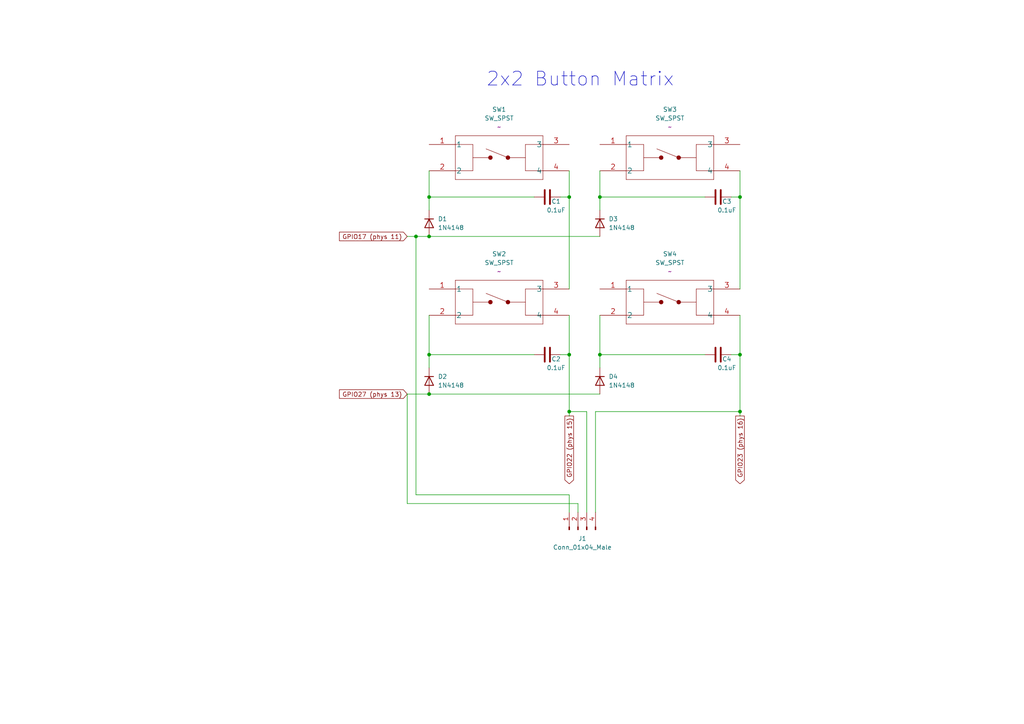
<source format=kicad_sch>
(kicad_sch (version 20211123) (generator eeschema)
  (paper "A4")
  (lib_symbols
    (symbol "Connector:Conn_01x04_Male" (pin_names (offset 1.016) hide)
      (property "Reference" "J" (at 0 5.08 0))
      (property "Value" "Conn_01x04_Male" (at 0 -7.62 0))
      (symbol "Conn_01x04_Male_1_1"
        (polyline (pts (xy 1.27 -5.08) (xy 0.8636 -5.08)) (stroke (width 0.1524)))
        (polyline (pts (xy 1.27 -2.54) (xy 0.8636 -2.54)) (stroke (width 0.1524)))
        (polyline (pts (xy 1.27 0) (xy 0.8636 0)) (stroke (width 0.1524)))
        (polyline (pts (xy 1.27 2.54) (xy 0.8636 2.54)) (stroke (width 0.1524)))
        (rectangle (start 0.8636 -4.953) (end 0 -5.207) (stroke (width 0.1524)) (fill (type outline)))
        (rectangle (start 0.8636 -2.413) (end 0 -2.667) (stroke (width 0.1524)) (fill (type outline)))
        (rectangle (start 0.8636 0.127) (end 0 -0.127) (stroke (width 0.1524)) (fill (type outline)))
        (rectangle (start 0.8636 2.667) (end 0 2.413) (stroke (width 0.1524)) (fill (type outline)))
        (pin passive line (at 5.08 2.54 180) (length 3.81) (name "Pin_1") (number "1"))
        (pin passive line (at 5.08 0 180) (length 3.81) (name "Pin_2") (number "2"))
        (pin passive line (at 5.08 -2.54 180) (length 3.81) (name "Pin_3") (number "3"))
        (pin passive line (at 5.08 -5.08 180) (length 3.81) (name "Pin_4") (number "4"))
      )
    )
    (symbol "Device:C" (pin_numbers hide) (pin_names (offset 0.254))
      (property "Reference" "C" (at 0.635 2.54 0))
      (property "Value" "C" (at 0.635 -2.54 0))
      (symbol "C_0_1"
        (polyline (pts (xy -2.032 -0.762) (xy 2.032 -0.762)) (stroke (width 0.508)))
        (polyline (pts (xy -2.032 0.762) (xy 2.032 0.762)) (stroke (width 0.508)))
      )
      (symbol "C_1_1"
        (pin passive line (at 0 3.81 270) (length 2.794) (name "~") (number "1"))
        (pin passive line (at 0 -3.81 90) (length 2.794) (name "~") (number "2"))
      )
    )
    (symbol "Diode:1N4148" (pin_numbers hide) (pin_names (offset 1.016) hide)
      (property "Reference" "D" (at 0 2.54 0))
      (property "Value" "1N4148" (at 0 -2.54 0))
      (symbol "1N4148_0_1"
        (polyline (pts (xy -1.27 1.27) (xy -1.27 -1.27)) (stroke (width 0.254)))
        (polyline (pts (xy 1.27 0) (xy -1.27 0)))
        (polyline (pts (xy 1.27 1.27) (xy 1.27 -1.27) (xy -1.27 0) (xy 1.27 1.27)) (stroke (width 0.254)))
      )
      (symbol "1N4148_1_1"
        (pin passive line (at -3.81 0 0) (length 2.54) (name "K") (number "1"))
        (pin passive line (at 3.81 0 180) (length 2.54) (name "A") (number "2"))
      )
    )
    (symbol "ul222JMVABR:222JMVABR" (pin_names (offset 0.254))
      (property "Reference" "U" (at 20.32 10.16 0))
      (property "Value" "222JMVABR" (at 20.32 7.62 0))
      (symbol "222JMVABR_1_1"
        (polyline (pts (xy 7.62 -7.62) (xy 33.02 -7.62)) (stroke (width 0.127)))
        (polyline (pts (xy 7.62 -5.08) (xy 12.7 -5.08)) (stroke (width 0.127)))
        (polyline (pts (xy 7.62 2.54) (xy 12.7 2.54)) (stroke (width 0.127)))
        (polyline (pts (xy 7.62 5.08) (xy 7.62 -7.62)) (stroke (width 0.127)))
        (polyline (pts (xy 12.7 -1.27) (xy 17.78 -1.27)) (stroke (width 0.127)))
        (polyline (pts (xy 12.7 2.54) (xy 12.7 -5.08)) (stroke (width 0.127)))
        (polyline (pts (xy 22.86 -1.27) (xy 16.51 1.27)) (stroke (width 0.127)))
        (polyline (pts (xy 27.94 -1.27) (xy 22.86 -1.27)) (stroke (width 0.127)))
        (polyline (pts (xy 27.94 2.54) (xy 27.94 -5.08)) (stroke (width 0.127)))
        (polyline (pts (xy 33.02 -7.62) (xy 33.02 5.08)) (stroke (width 0.127)))
        (polyline (pts (xy 33.02 -5.08) (xy 27.94 -5.08)) (stroke (width 0.127)))
        (polyline (pts (xy 33.02 2.54) (xy 27.94 2.54)) (stroke (width 0.127)))
        (polyline (pts (xy 33.02 5.08) (xy 7.62 5.08)) (stroke (width 0.127)))
        (circle (center 17.78 -1.27) (radius 0.127) (stroke (width 0.508)))
        (arc (start 17.907 -1.27) (mid 17.653 -1.27) (end 17.907 -1.27) (stroke (width 0.508)))
        (circle (center 22.86 -1.27) (radius 0.127) (stroke (width 0.508)))
        (arc (start 22.987 -1.27) (mid 22.733 -1.27) (end 22.987 -1.27) (stroke (width 0.508)))
        (pin unspecified line (at 0 2.54 0) (length 7.62) (name "1") (number "1"))
        (pin unspecified line (at 0 -5.08 0) (length 7.62) (name "2") (number "2"))
        (pin unspecified line (at 40.64 2.54 180) (length 7.62) (name "3") (number "3"))
        (pin unspecified line (at 40.64 -5.08 180) (length 7.62) (name "4") (number "4"))
      )
    )
  )
  (junction (at 120.65 68.58))
  (junction (at 214.63 119.38))
  (junction (at 214.63 57.15))
  (junction (at 173.99 57.15))
  (junction (at 165.1 102.87))
  (junction (at 165.1 119.38))
  (junction (at 124.46 102.87))
  (junction (at 124.46 68.58))
  (junction (at 124.46 57.15))
  (junction (at 124.46 114.3))
  (junction (at 214.63 102.87))
  (junction (at 173.99 102.87))
  (junction (at 165.1 57.15))
  (wire (pts (xy 165.1 143.51) (xy 120.65 143.51)))
  (wire (pts (xy 173.99 102.87) (xy 204.47 102.87)))
  (wire (pts (xy 173.99 49.53) (xy 173.99 57.15)))
  (wire (pts (xy 165.1 57.15) (xy 165.1 83.82)))
  (wire (pts (xy 172.72 119.38) (xy 214.63 119.38)))
  (wire (pts (xy 165.1 49.53) (xy 165.1 57.15)))
  (wire (pts (xy 173.99 57.15) (xy 204.47 57.15)))
  (wire (pts (xy 124.46 68.58) (xy 173.99 68.58)))
  (wire (pts (xy 118.11 114.3) (xy 118.11 146.05)))
  (wire (pts (xy 173.99 102.87) (xy 173.99 106.68)))
  (wire (pts (xy 212.09 57.15) (xy 214.63 57.15)))
  (wire (pts (xy 120.65 68.58) (xy 124.46 68.58)))
  (wire (pts (xy 173.99 91.44) (xy 173.99 102.87)))
  (wire (pts (xy 214.63 91.44) (xy 214.63 102.87)))
  (wire (pts (xy 162.56 102.87) (xy 165.1 102.87)))
  (wire (pts (xy 172.72 148.59) (xy 172.72 119.38)))
  (wire (pts (xy 124.46 91.44) (xy 124.46 102.87)))
  (wire (pts (xy 165.1 119.38) (xy 165.1 120.65)))
  (wire (pts (xy 170.18 148.59) (xy 170.18 119.38)))
  (wire (pts (xy 212.09 102.87) (xy 214.63 102.87)))
  (wire (pts (xy 165.1 148.59) (xy 165.1 143.51)))
  (wire (pts (xy 165.1 102.87) (xy 165.1 119.38)))
  (wire (pts (xy 124.46 114.3) (xy 173.99 114.3)))
  (wire (pts (xy 118.11 114.3) (xy 124.46 114.3)))
  (wire (pts (xy 124.46 57.15) (xy 124.46 60.96)))
  (wire (pts (xy 162.56 57.15) (xy 165.1 57.15)))
  (wire (pts (xy 214.63 119.38) (xy 214.63 120.65)))
  (wire (pts (xy 167.64 146.05) (xy 167.64 148.59)))
  (wire (pts (xy 214.63 102.87) (xy 214.63 119.38)))
  (wire (pts (xy 170.18 119.38) (xy 165.1 119.38)))
  (wire (pts (xy 124.46 57.15) (xy 154.94 57.15)))
  (wire (pts (xy 118.11 146.05) (xy 167.64 146.05)))
  (wire (pts (xy 214.63 49.53) (xy 214.63 57.15)))
  (wire (pts (xy 118.11 68.58) (xy 120.65 68.58)))
  (wire (pts (xy 120.65 68.58) (xy 120.65 143.51)))
  (wire (pts (xy 165.1 91.44) (xy 165.1 102.87)))
  (wire (pts (xy 124.46 102.87) (xy 154.94 102.87)))
  (wire (pts (xy 214.63 57.15) (xy 214.63 83.82)))
  (wire (pts (xy 173.99 57.15) (xy 173.99 60.96)))
  (wire (pts (xy 124.46 49.53) (xy 124.46 57.15)))
  (wire (pts (xy 124.46 102.87) (xy 124.46 106.68)))
  (text "2x2 Button Matrix" (at 140.97 25.4 0) (effects (font (size 4 4)) (justify left bottom)))
  (global_label "GPIO17 (phys 11)" (shape input) (at 118.11 68.58 180) (property "Intersheet References" "${INTERSHEET_REFS}" (effects hide)))
  (global_label "GPIO23 (phys 16)" (shape output) (at 214.63 120.65 270) (property "Intersheet References" "${INTERSHEET_REFS}" (effects hide)))
  (global_label "GPIO27 (phys 13)" (shape input) (at 118.11 114.3 180) (property "Intersheet References" "${INTERSHEET_REFS}" (effects hide)))
  (global_label "GPIO22 (phys 15)" (shape output) (at 165.1 120.65 270) (property "Intersheet References" "${INTERSHEET_REFS}" (effects hide)))
  (symbol (lib_id "ul222JMVABR:222JMVABR") (at 173.99 44.45 0) (unit 1)
    (property "Reference" "SW3" (at 194.31 31.75 0))
    (property "Value" "SW_SPST" (at 194.31 34.29 0))
    (property "Footprint" "ul_222JMVABR:222JMVABR" (effects hide))
    (property "Datasheet" "~" (at 194.31 36.83 0) (effects (font (size 1.524 1.524))))
    (property "MPN" "222JMVABR" (effects hide))
    (property "Manufacturer" "CTS" (effects hide))
  )
  (symbol (lib_id "Connector:Conn_01x04_Male") (at 167.64 153.67 90) (unit 1)
    (property "Reference" "J1" (at 168.91 156.21 90))
    (property "Value" "Conn_01x04_Male" (at 168.91 158.75 90))
    (property "Footprint" "Connector_PinHeader_2.54mm:PinHeader_1x04_P2.54mm_Vertical" (effects hide))
  )
  (symbol (lib_id "Device:C") (at 158.75 102.87 90) (unit 1)
    (property "Reference" "C2" (at 161.29 104.14 90))
    (property "Value" "0.1uF" (at 161.29 106.68 90))
    (property "Footprint" "Capacitor_SMD:C_0402_1005Metric" (effects hide))
  )
  (symbol (lib_id "ul222JMVABR:222JMVABR") (at 124.46 44.45 0) (unit 1)
    (property "Reference" "SW1" (at 144.78 31.75 0))
    (property "Value" "SW_SPST" (at 144.78 34.29 0))
    (property "Footprint" "ul_222JMVABR:222JMVABR" (effects hide))
    (property "Datasheet" "~" (at 144.78 36.83 0) (effects (font (size 1.524 1.524))))
    (property "MPN" "222JMVABR" (effects hide))
    (property "Manufacturer" "CTS" (effects hide))
  )
  (symbol (lib_id "Diode:1N4148") (at 124.46 110.49 270) (unit 1)
    (property "Reference" "D2" (at 127 109.2199 90) (effects (justify left)))
    (property "Value" "1N4148" (at 127 111.7599 90) (effects (justify left)))
    (property "Footprint" "Diode_SMD:D_SOD-523" (effects hide))
    (property "Datasheet" "https://assets.nexperia.com/documents/data-sheet/1N4148_1N4448.pdf" (effects hide))
  )
  (symbol (lib_id "ul222JMVABR:222JMVABR") (at 173.99 86.36 0) (unit 1)
    (property "Reference" "SW4" (at 194.31 73.66 0))
    (property "Value" "SW_SPST" (at 194.31 76.2 0))
    (property "Footprint" "ul_222JMVABR:222JMVABR" (effects hide))
    (property "Datasheet" "~" (at 194.31 78.74 0) (effects (font (size 1.524 1.524))))
    (property "MPN" "222JMVABR" (effects hide))
    (property "Manufacturer" "CTS" (effects hide))
  )
  (symbol (lib_id "Diode:1N4148") (at 173.99 64.77 270) (unit 1)
    (property "Reference" "D3" (at 176.53 63.4999 90) (effects (justify left)))
    (property "Value" "1N4148" (at 176.53 66.0399 90) (effects (justify left)))
    (property "Footprint" "Diode_SMD:D_SOD-523" (effects hide))
    (property "Datasheet" "https://assets.nexperia.com/documents/data-sheet/1N4148_1N4448.pdf" (effects hide))
  )
  (symbol (lib_id "Diode:1N4148") (at 173.99 110.49 270) (unit 1)
    (property "Reference" "D4" (at 176.53 109.2199 90) (effects (justify left)))
    (property "Value" "1N4148" (at 176.53 111.7599 90) (effects (justify left)))
    (property "Footprint" "Diode_SMD:D_SOD-523" (effects hide))
    (property "Datasheet" "https://assets.nexperia.com/documents/data-sheet/1N4148_1N4448.pdf" (effects hide))
  )
  (symbol (lib_id "ul222JMVABR:222JMVABR") (at 124.46 86.36 0) (unit 1)
    (property "Reference" "SW2" (at 144.78 73.66 0))
    (property "Value" "SW_SPST" (at 144.78 76.2 0))
    (property "Footprint" "ul_222JMVABR:222JMVABR" (effects hide))
    (property "Datasheet" "~" (at 144.78 78.74 0) (effects (font (size 1.524 1.524))))
    (property "Manufacturer" "CTS" (effects hide))
    (property "MPN" "222JMVABR" (effects hide))
  )
  (symbol (lib_id "Device:C") (at 208.28 102.87 90) (unit 1)
    (property "Reference" "C4" (at 210.82 104.14 90))
    (property "Value" "0.1uF" (at 210.82 106.68 90))
    (property "Footprint" "Capacitor_SMD:C_0402_1005Metric" (effects hide))
  )
  (symbol (lib_id "Device:C") (at 208.28 57.15 90) (unit 1)
    (property "Reference" "C3" (at 210.82 58.42 90))
    (property "Value" "0.1uF" (at 210.82 60.96 90))
    (property "Footprint" "Capacitor_SMD:C_0402_1005Metric" (effects hide))
  )
  (symbol (lib_id "Diode:1N4148") (at 124.46 64.77 270) (unit 1)
    (property "Reference" "D1" (at 127 63.4999 90) (effects (justify left)))
    (property "Value" "1N4148" (at 127 66.0399 90) (effects (justify left)))
    (property "Footprint" "Diode_SMD:D_SOD-523" (effects hide))
    (property "Datasheet" "https://assets.nexperia.com/documents/data-sheet/1N4148_1N4448.pdf" (effects hide))
  )
  (symbol (lib_id "Device:C") (at 158.75 57.15 90) (unit 1)
    (property "Reference" "C1" (at 161.29 58.42 90))
    (property "Value" "0.1uF" (at 161.29 60.96 90))
    (property "Footprint" "Capacitor_SMD:C_0402_1005Metric" (effects hide))
  )
)
</source>
